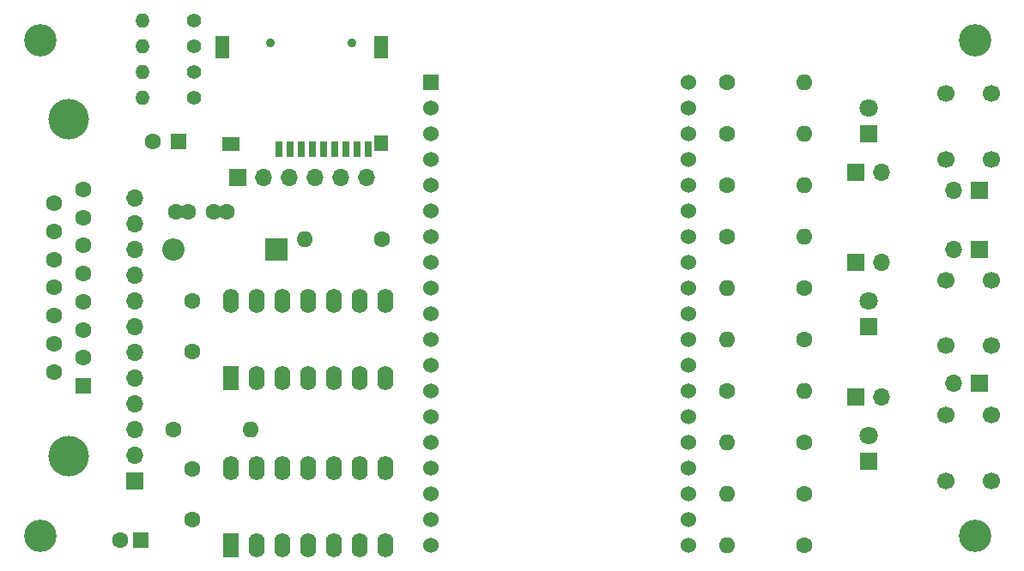
<source format=gbr>
%TF.GenerationSoftware,KiCad,Pcbnew,(5.1.9)-1*%
%TF.CreationDate,2021-02-16T00:19:24-06:00*%
%TF.ProjectId,fujinet-devkit-shield,66756a69-6e65-4742-9d64-65766b69742d,1.0*%
%TF.SameCoordinates,Original*%
%TF.FileFunction,Soldermask,Top*%
%TF.FilePolarity,Negative*%
%FSLAX46Y46*%
G04 Gerber Fmt 4.6, Leading zero omitted, Abs format (unit mm)*
G04 Created by KiCad (PCBNEW (5.1.9)-1) date 2021-02-16 00:19:24*
%MOMM*%
%LPD*%
G01*
G04 APERTURE LIST*
%ADD10C,4.000000*%
%ADD11C,1.600000*%
%ADD12R,1.600000X1.600000*%
%ADD13O,1.600000X1.600000*%
%ADD14O,2.200000X2.200000*%
%ADD15R,2.200000X2.200000*%
%ADD16O,1.700000X1.700000*%
%ADD17R,1.700000X1.700000*%
%ADD18C,1.800000*%
%ADD19R,1.800000X1.800000*%
%ADD20O,1.600000X2.400000*%
%ADD21R,1.600000X2.400000*%
%ADD22C,0.900000*%
%ADD23R,1.400000X2.200000*%
%ADD24R,1.800000X1.400000*%
%ADD25R,1.400000X1.600000*%
%ADD26R,0.700000X1.600000*%
%ADD27O,1.400000X1.400000*%
%ADD28C,1.400000*%
%ADD29C,3.200000*%
%ADD30C,1.700000*%
%ADD31C,1.530000*%
%ADD32R,1.530000X1.530000*%
G04 APERTURE END LIST*
D10*
%TO.C,J10*%
X110340000Y-101697000D03*
X110340000Y-68397000D03*
D11*
X108920000Y-76737000D03*
X108920000Y-79507000D03*
X108920000Y-82277000D03*
X108920000Y-85047000D03*
X108920000Y-87817000D03*
X108920000Y-90587000D03*
X108920000Y-93357000D03*
X111760000Y-75352000D03*
X111760000Y-78122000D03*
X111760000Y-80892000D03*
X111760000Y-83662000D03*
X111760000Y-86432000D03*
X111760000Y-89202000D03*
X111760000Y-91972000D03*
D12*
X111760000Y-94742000D03*
%TD*%
D11*
%TO.C,C1*%
X125904000Y-77597000D03*
X120904000Y-77597000D03*
X124654000Y-77597000D03*
X122154000Y-77597000D03*
%TD*%
D13*
%TO.C,R7*%
X133604000Y-80264000D03*
D11*
X141224000Y-80264000D03*
%TD*%
%TO.C,C5*%
X115475000Y-109982000D03*
D12*
X117475000Y-109982000D03*
%TD*%
D14*
%TO.C,D4*%
X120650000Y-81280000D03*
D15*
X130810000Y-81280000D03*
%TD*%
D16*
%TO.C,J1*%
X116840000Y-76200000D03*
X116840000Y-78740000D03*
X116840000Y-81280000D03*
X116840000Y-83820000D03*
X116840000Y-86360000D03*
X116840000Y-88900000D03*
X116840000Y-91440000D03*
X116840000Y-93980000D03*
X116840000Y-96520000D03*
X116840000Y-99060000D03*
X116840000Y-101600000D03*
D17*
X116840000Y-104140000D03*
%TD*%
D13*
%TO.C,R16*%
X128270000Y-99060000D03*
D11*
X120650000Y-99060000D03*
%TD*%
D18*
%TO.C,D1*%
X189230000Y-99695000D03*
D19*
X189230000Y-102235000D03*
%TD*%
D18*
%TO.C,D3*%
X189230000Y-86360000D03*
D19*
X189230000Y-88900000D03*
%TD*%
D11*
%TO.C,C4*%
X118658000Y-70612000D03*
D12*
X121158000Y-70612000D03*
%TD*%
D20*
%TO.C,U4*%
X126365000Y-86360000D03*
X141605000Y-93980000D03*
X128905000Y-86360000D03*
X139065000Y-93980000D03*
X131445000Y-86360000D03*
X136525000Y-93980000D03*
X133985000Y-86360000D03*
X133985000Y-93980000D03*
X136525000Y-86360000D03*
X131445000Y-93980000D03*
X139065000Y-86360000D03*
X128905000Y-93980000D03*
X141605000Y-86360000D03*
D21*
X126365000Y-93980000D03*
%TD*%
D16*
%TO.C,J8*%
X190500000Y-82550000D03*
D17*
X187960000Y-82550000D03*
%TD*%
D16*
%TO.C,J7*%
X190500000Y-73660000D03*
D17*
X187960000Y-73660000D03*
%TD*%
D16*
%TO.C,J6*%
X190500000Y-95885000D03*
D17*
X187960000Y-95885000D03*
%TD*%
D16*
%TO.C,J5*%
X197612000Y-75438000D03*
D17*
X200152000Y-75438000D03*
%TD*%
D16*
%TO.C,J4*%
X197612000Y-81280000D03*
D17*
X200152000Y-81280000D03*
%TD*%
D16*
%TO.C,J2*%
X197612000Y-94488000D03*
D17*
X200152000Y-94488000D03*
%TD*%
D22*
%TO.C,P1*%
X130300000Y-60870000D03*
X138300000Y-60870000D03*
D23*
X125500000Y-61270000D03*
D24*
X126400000Y-70870000D03*
D23*
X141200000Y-61270000D03*
D25*
X141200000Y-70770000D03*
D26*
X139900000Y-71370000D03*
X138800000Y-71370000D03*
X137700000Y-71370000D03*
X136600000Y-71370000D03*
X135500000Y-71370000D03*
X134400000Y-71370000D03*
X133300000Y-71370000D03*
X132200000Y-71370000D03*
X131100000Y-71370000D03*
%TD*%
D27*
%TO.C,R13*%
X117602000Y-66294000D03*
D28*
X122682000Y-66294000D03*
%TD*%
D27*
%TO.C,R12*%
X117602000Y-63754000D03*
D28*
X122682000Y-63754000D03*
%TD*%
D27*
%TO.C,R11*%
X117602000Y-61214000D03*
D28*
X122682000Y-61214000D03*
%TD*%
D27*
%TO.C,R10*%
X117602000Y-58674000D03*
D28*
X122682000Y-58674000D03*
%TD*%
D29*
%TO.C,H4*%
X199745600Y-60604400D03*
%TD*%
%TO.C,H3*%
X199745600Y-109575600D03*
%TD*%
%TO.C,H2*%
X107594400Y-60604400D03*
%TD*%
%TO.C,H1*%
X107594400Y-109575600D03*
%TD*%
D13*
%TO.C,R15*%
X175260000Y-85090000D03*
D11*
X182880000Y-85090000D03*
%TD*%
D13*
%TO.C,R14*%
X182880000Y-80010000D03*
D11*
X175260000Y-80010000D03*
%TD*%
D16*
%TO.C,J3*%
X139700000Y-74168000D03*
X137160000Y-74168000D03*
X134620000Y-74168000D03*
X132080000Y-74168000D03*
X129540000Y-74168000D03*
D17*
X127000000Y-74168000D03*
%TD*%
D11*
%TO.C,C3*%
X122555000Y-91360000D03*
X122555000Y-86360000D03*
%TD*%
%TO.C,C2*%
X122555000Y-107950000D03*
X122555000Y-102950000D03*
%TD*%
D30*
%TO.C,SW3*%
X196850000Y-72390000D03*
X196850000Y-65890000D03*
X201350000Y-72390000D03*
X201350000Y-65890000D03*
%TD*%
%TO.C,SW2*%
X196850000Y-90805000D03*
X196850000Y-84305000D03*
X201350000Y-90805000D03*
X201350000Y-84305000D03*
%TD*%
%TO.C,SW1*%
X196850000Y-104140000D03*
X196850000Y-97640000D03*
X201350000Y-104140000D03*
X201350000Y-97640000D03*
%TD*%
D13*
%TO.C,R9*%
X175260000Y-105410000D03*
D11*
X182880000Y-105410000D03*
%TD*%
D13*
%TO.C,R8*%
X182880000Y-95250000D03*
D11*
X175260000Y-95250000D03*
%TD*%
D13*
%TO.C,R6*%
X182880000Y-69850000D03*
D11*
X175260000Y-69850000D03*
%TD*%
D13*
%TO.C,R5*%
X182880000Y-74930000D03*
D11*
X175260000Y-74930000D03*
%TD*%
D13*
%TO.C,R4*%
X182880000Y-64770000D03*
D11*
X175260000Y-64770000D03*
%TD*%
D13*
%TO.C,R3*%
X175260000Y-90170000D03*
D11*
X182880000Y-90170000D03*
%TD*%
D13*
%TO.C,R2*%
X175260000Y-100330000D03*
D11*
X182880000Y-100330000D03*
%TD*%
D13*
%TO.C,R1*%
X175260000Y-110490000D03*
D11*
X182880000Y-110490000D03*
%TD*%
D18*
%TO.C,D2*%
X189230000Y-67310000D03*
D19*
X189230000Y-69850000D03*
%TD*%
D20*
%TO.C,U3*%
X126365000Y-102870000D03*
X141605000Y-110490000D03*
X128905000Y-102870000D03*
X139065000Y-110490000D03*
X131445000Y-102870000D03*
X136525000Y-110490000D03*
X133985000Y-102870000D03*
X133985000Y-110490000D03*
X136525000Y-102870000D03*
X131445000Y-110490000D03*
X139065000Y-102870000D03*
X128905000Y-110490000D03*
X141605000Y-102870000D03*
D21*
X126365000Y-110490000D03*
%TD*%
D31*
%TO.C,U1*%
X171450000Y-64780000D03*
X171450000Y-67320000D03*
X171450000Y-69860000D03*
X171450000Y-72400000D03*
X171450000Y-74940000D03*
X171450000Y-77480000D03*
X171450000Y-80020000D03*
X171450000Y-82560000D03*
X171450000Y-85100000D03*
X171450000Y-87640000D03*
X171450000Y-90180000D03*
X171450000Y-92720000D03*
X171450000Y-95260000D03*
X171450000Y-97800000D03*
X171450000Y-100340000D03*
X171450000Y-102880000D03*
X171450000Y-105420000D03*
X171450000Y-107960000D03*
X171450000Y-110500000D03*
X146050000Y-110500000D03*
X146050000Y-107960000D03*
X146050000Y-105420000D03*
X146050000Y-102880000D03*
X146050000Y-100340000D03*
X146050000Y-97800000D03*
X146050000Y-95260000D03*
X146050000Y-92720000D03*
X146050000Y-90180000D03*
X146050000Y-87640000D03*
X146050000Y-85100000D03*
X146050000Y-82560000D03*
X146050000Y-80020000D03*
X146050000Y-77480000D03*
X146050000Y-74940000D03*
X146050000Y-72400000D03*
X146050000Y-69860000D03*
X146050000Y-67320000D03*
D32*
X146050000Y-64780000D03*
%TD*%
M02*

</source>
